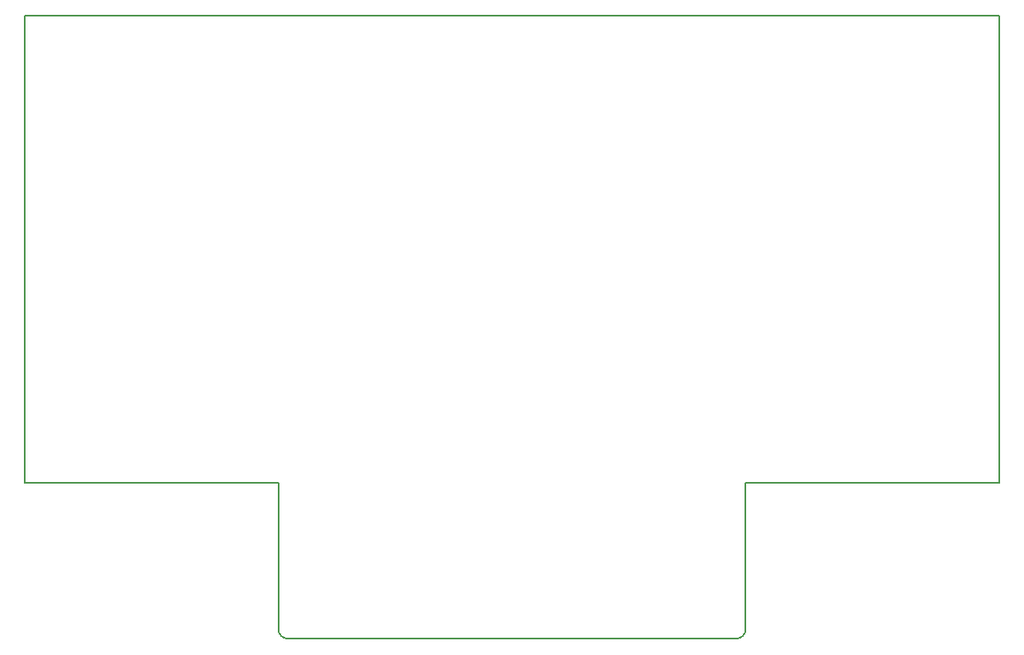
<source format=gm1>
G04 #@! TF.FileFunction,Profile,NP*
%FSLAX46Y46*%
G04 Gerber Fmt 4.6, Leading zero omitted, Abs format (unit mm)*
G04 Created by KiCad (PCBNEW 4.0.7) date 02/07/19 17:37:47*
%MOMM*%
%LPD*%
G01*
G04 APERTURE LIST*
%ADD10C,0.100000*%
%ADD11C,0.150000*%
G04 APERTURE END LIST*
D10*
D11*
X118500000Y-134500000D02*
G75*
G03X119500000Y-135500000I1000000J0D01*
G01*
X165500000Y-135500000D02*
G75*
G03X166500000Y-134500000I0J1000000D01*
G01*
X92500000Y-71500000D02*
X192500000Y-71500000D01*
X92500000Y-119500000D02*
X92500000Y-71500000D01*
X118500000Y-119500000D02*
X92500000Y-119500000D01*
X192500000Y-119500000D02*
X192500000Y-71500000D01*
X166500000Y-119500000D02*
X192500000Y-119500000D01*
X166500000Y-134500000D02*
X166500000Y-119500000D01*
X118500000Y-134500000D02*
X118500000Y-119500000D01*
X165500000Y-135500000D02*
X119500000Y-135500000D01*
M02*

</source>
